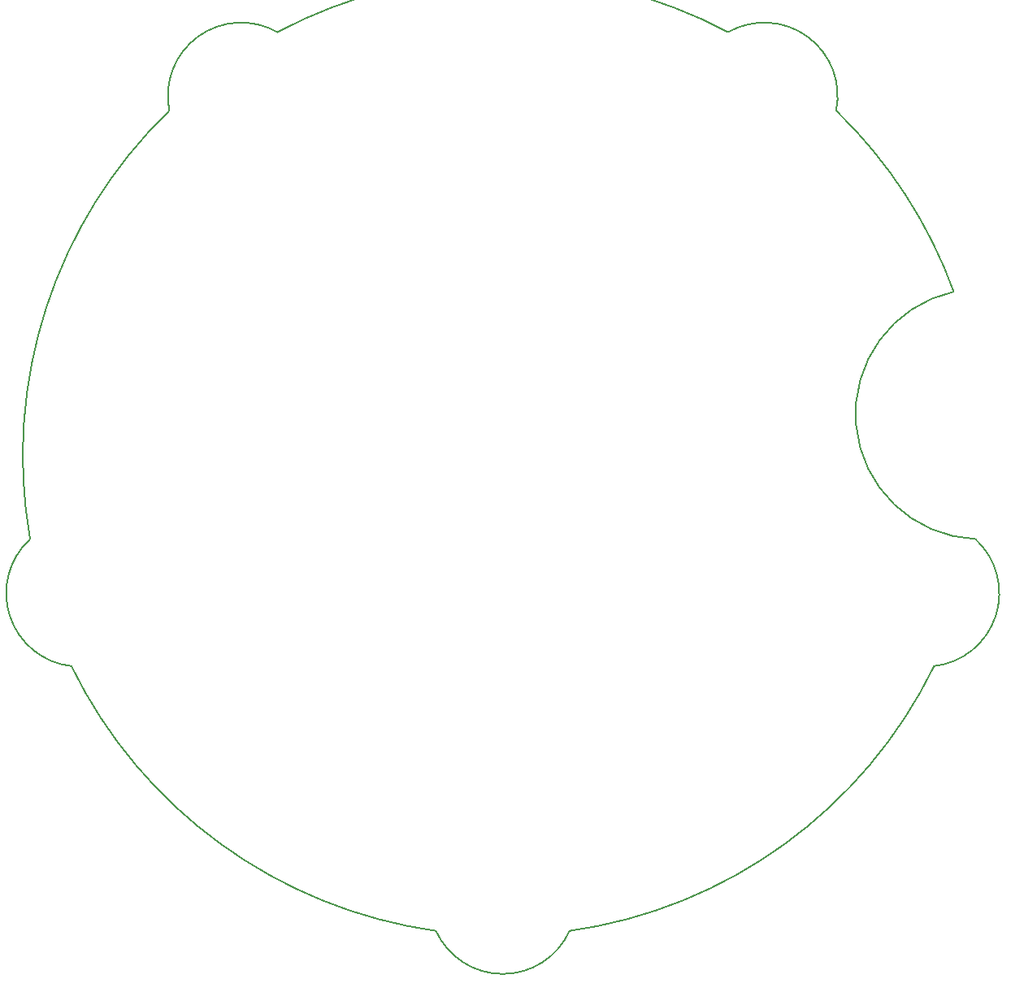
<source format=gm1>
%TF.GenerationSoftware,KiCad,Pcbnew,5.1.12*%
%TF.CreationDate,2021-12-20T13:43:48-07:00*%
%TF.ProjectId,claw,636c6177-2e6b-4696-9361-645f70636258,rev?*%
%TF.SameCoordinates,Original*%
%TF.FileFunction,Profile,NP*%
%FSLAX46Y46*%
G04 Gerber Fmt 4.6, Leading zero omitted, Abs format (unit mm)*
G04 Created by KiCad (PCBNEW 5.1.12) date 2021-12-20 13:43:48*
%MOMM*%
%LPD*%
G01*
G04 APERTURE LIST*
%TA.AperFunction,Profile*%
%ADD10C,0.200000*%
%TD*%
G04 APERTURE END LIST*
D10*
X76475422Y-55801620D02*
G75*
G02*
X123422578Y-55801620I23473578J-44147380D01*
G01*
X50708612Y-108631409D02*
G75*
G02*
X65216082Y-63982010I49240388J8682409D01*
G01*
X55009299Y-121867558D02*
G75*
G02*
X50708613Y-108631408I848428J7592435D01*
G01*
X123422579Y-55801620D02*
G75*
G02*
X134681918Y-63982009I3776327J-6641102D01*
G01*
X149194259Y-108631620D02*
G75*
G02*
X146933631Y-82847992I564476J13040408D01*
G01*
X149194083Y-108635696D02*
G75*
G02*
X144888702Y-121867557I-5153809J-5639427D01*
G01*
X92990345Y-149462403D02*
G75*
G02*
X55009298Y-121867557I6958655J49513403D01*
G01*
X134681918Y-63982009D02*
G75*
G02*
X146933631Y-82847992I-34732918J-35966991D01*
G01*
X144888702Y-121867557D02*
G75*
G02*
X106907655Y-149462403I-44939702J21918557D01*
G01*
X106907655Y-149462403D02*
G75*
G02*
X92990345Y-149462403I-6958655J3153095D01*
G01*
X65216083Y-63982010D02*
G75*
G02*
X76475422Y-55801620I7483012J1539288D01*
G01*
M02*

</source>
